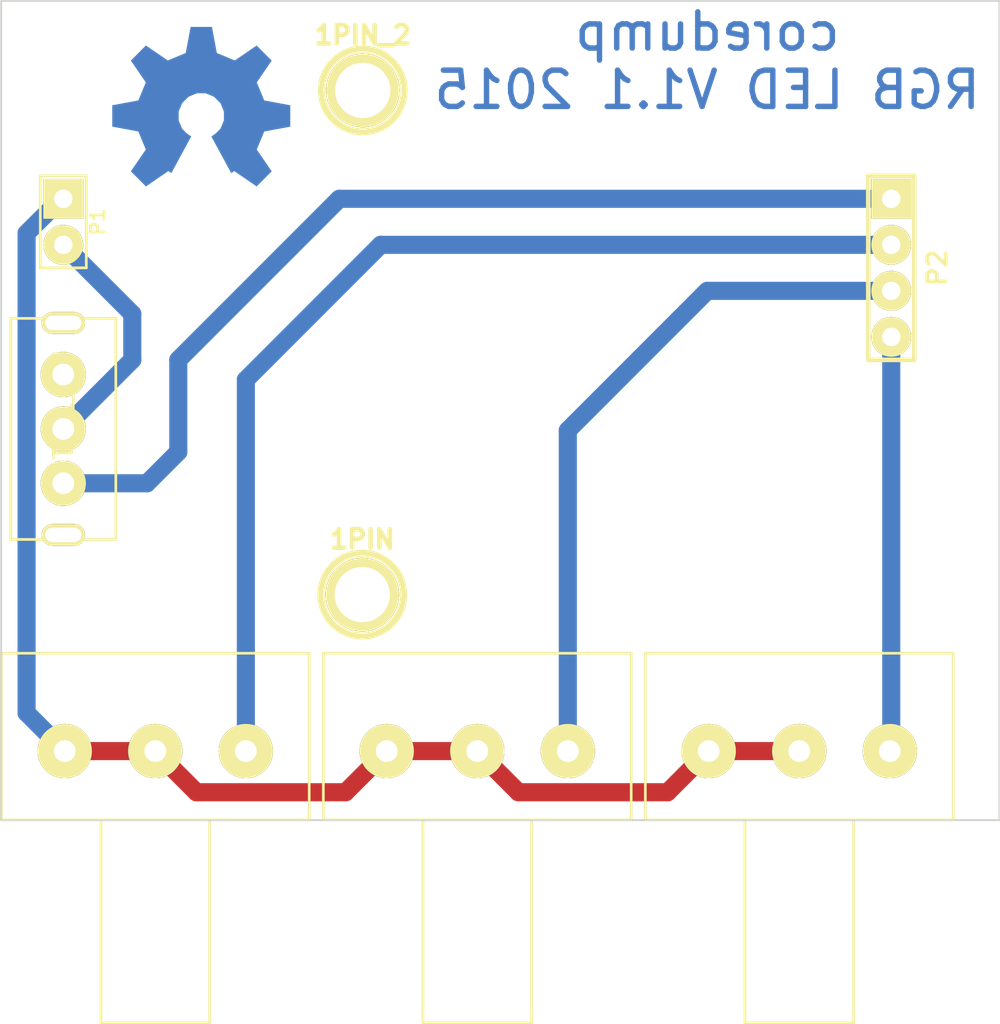
<source format=kicad_pcb>
(kicad_pcb (version 20171130) (host pcbnew "(5.1.12)-1")

  (general
    (thickness 1.6)
    (drawings 8)
    (tracks 29)
    (zones 0)
    (modules 9)
    (nets 7)
  )

  (page A4)
  (title_block
    (title "RGB LED")
    (rev 1.1)
    (company Coredump)
  )

  (layers
    (0 F.Cu signal)
    (31 B.Cu signal)
    (32 B.Adhes user hide)
    (33 F.Adhes user hide)
    (34 B.Paste user hide)
    (35 F.Paste user hide)
    (36 B.SilkS user hide)
    (37 F.SilkS user hide)
    (38 B.Mask user hide)
    (39 F.Mask user hide)
    (40 Dwgs.User user hide)
    (41 Cmts.User user hide)
    (42 Eco1.User user hide)
    (43 Eco2.User user hide)
    (44 Edge.Cuts user)
  )

  (setup
    (last_trace_width 1)
    (trace_clearance 0.254)
    (zone_clearance 0.508)
    (zone_45_only no)
    (trace_min 1)
    (via_size 0.889)
    (via_drill 0.635)
    (via_min_size 0.889)
    (via_min_drill 0.508)
    (uvia_size 0.508)
    (uvia_drill 0.127)
    (uvias_allowed no)
    (uvia_min_size 0.508)
    (uvia_min_drill 0.127)
    (edge_width 0.1)
    (segment_width 0.2)
    (pcb_text_width 0.3)
    (pcb_text_size 1.5 1.5)
    (mod_edge_width 0.15)
    (mod_text_size 1 1)
    (mod_text_width 0.15)
    (pad_size 2.2 2.2)
    (pad_drill 1.016)
    (pad_to_mask_clearance 0)
    (aux_axis_origin 0 0)
    (visible_elements 7FFFFFFF)
    (pcbplotparams
      (layerselection 0x00030_ffffffff)
      (usegerberextensions false)
      (usegerberattributes true)
      (usegerberadvancedattributes true)
      (creategerberjobfile true)
      (excludeedgelayer true)
      (linewidth 0.150000)
      (plotframeref false)
      (viasonmask false)
      (mode 1)
      (useauxorigin false)
      (hpglpennumber 1)
      (hpglpenspeed 20)
      (hpglpendiameter 15.000000)
      (psnegative false)
      (psa4output false)
      (plotreference true)
      (plotvalue true)
      (plotinvisibletext false)
      (padsonsilk false)
      (subtractmaskfromsilk false)
      (outputformat 5)
      (mirror false)
      (drillshape 0)
      (scaleselection 1)
      (outputdirectory "output/"))
  )

  (net 0 "")
  (net 1 GND)
  (net 2 N-000001)
  (net 3 N-000002)
  (net 4 N-000003)
  (net 5 N-000004)
  (net 6 VDD)

  (net_class Default "This is the default net class."
    (clearance 0.254)
    (trace_width 1)
    (via_dia 0.889)
    (via_drill 0.635)
    (uvia_dia 0.508)
    (uvia_drill 0.127)
    (add_net GND)
    (add_net N-000001)
    (add_net N-000002)
    (add_net N-000003)
    (add_net N-000004)
    (add_net VDD)
  )

  (module PIN_ARRAY_2X1_THICK (layer F.Cu) (tedit 5603D736) (tstamp 54206BA7)
    (at 132.08 87.63 270)
    (descr "Connecteurs 2 pins")
    (tags "CONN DEV")
    (path /53DFF409)
    (fp_text reference P1 (at 0 -1.905 270) (layer F.SilkS)
      (effects (font (size 0.762 0.762) (thickness 0.1524)))
    )
    (fp_text value CONN_2 (at 0 -1.905 270) (layer F.SilkS) hide
      (effects (font (size 0.762 0.762) (thickness 0.1524)))
    )
    (fp_line (start 2.54 1.27) (end -2.54 1.27) (layer F.SilkS) (width 0.1524))
    (fp_line (start 2.54 -1.27) (end 2.54 1.27) (layer F.SilkS) (width 0.1524))
    (fp_line (start -2.54 -1.27) (end 2.54 -1.27) (layer F.SilkS) (width 0.1524))
    (fp_line (start -2.54 1.27) (end -2.54 -1.27) (layer F.SilkS) (width 0.1524))
    (pad 1 thru_hole rect (at -1.27 0 270) (size 2.2 2.2) (drill 1.016) (layers *.Cu *.Mask F.SilkS)
      (net 1 GND))
    (pad 2 thru_hole circle (at 1.27 0 270) (size 2.2 2.2) (drill 1.016) (layers *.Cu *.Mask F.SilkS)
      (net 6 VDD))
    (model pin_array/pins_array_2x1.wrl
      (at (xyz 0 0 0))
      (scale (xyz 1 1 1))
      (rotate (xyz 0 0 0))
    )
  )

  (module 1pin (layer F.Cu) (tedit 200000) (tstamp 54212D69)
    (at 148.615 80.3783)
    (descr "module 1 pin (ou trou mecanique de percage)")
    (tags DEV)
    (path 1pin)
    (fp_text reference 1PIN_2 (at 0 -3.048) (layer F.SilkS)
      (effects (font (size 1.016 1.016) (thickness 0.254)))
    )
    (fp_text value P*** (at 0 2.794) (layer F.SilkS) hide
      (effects (font (size 1.016 1.016) (thickness 0.254)))
    )
    (fp_circle (center 0 0) (end 0 -2.286) (layer F.SilkS) (width 0.381))
    (pad 1 thru_hole circle (at 0 0) (size 4.064 4.064) (drill 3.048) (layers *.Cu *.Mask F.SilkS))
  )

  (module 1pin (layer F.Cu) (tedit 200000) (tstamp 54212D74)
    (at 148.59 108.204)
    (descr "module 1 pin (ou trou mecanique de percage)")
    (tags DEV)
    (path 1pin)
    (fp_text reference 1PIN (at 0 -3.048) (layer F.SilkS)
      (effects (font (size 1.016 1.016) (thickness 0.254)))
    )
    (fp_text value P*** (at 0 2.794) (layer F.SilkS) hide
      (effects (font (size 1.016 1.016) (thickness 0.254)))
    )
    (fp_circle (center 0 0) (end 0 -2.286) (layer F.SilkS) (width 0.381))
    (pad 1 thru_hole circle (at 0 0) (size 4.064 4.064) (drill 3.048) (layers *.Cu *.Mask F.SilkS))
  )

  (module OSHW_COPPER_10MM (layer B.Cu) (tedit 5603CF32) (tstamp 5603C4C7)
    (at 139.7 81.788 180)
    (zone_connect 1)
    (fp_text reference Noname_1 (at 0 -6.35 180) (layer B.SilkS) hide
      (effects (font (size 1.524 1.524) (thickness 0.3048)) (justify mirror))
    )
    (fp_text value "" (at 2.54 -8.89 180) (layer B.SilkS) hide
      (effects (font (size 1.524 1.524) (thickness 0.3048)) (justify mirror))
    )
    (pad "" smd trapezoid (at 0 4.1656) (size 1.45796 1.4986) (rect_delta 0 0.2794 ) (layers B.Cu B.Paste B.Mask)
      (zone_connect 1))
    (pad "" smd trapezoid (at 2.94386 2.94386 45) (size 1.45796 1.4986) (rect_delta 0 0.2794 ) (layers B.Cu B.Paste B.Mask)
      (zone_connect 1))
    (pad "" smd trapezoid (at 4.1656 0 90) (size 1.45796 1.4986) (rect_delta 0 0.2794 ) (layers B.Cu B.Paste B.Mask)
      (zone_connect 1))
    (pad "" smd trapezoid (at 2.94386 -2.94386 135) (size 1.45796 1.4986) (rect_delta 0 0.2794 ) (layers B.Cu B.Paste B.Mask)
      (zone_connect 1))
    (pad "" smd trapezoid (at -2.94386 2.94386 315) (size 1.45796 1.4986) (rect_delta 0 0.2794 ) (layers B.Cu B.Paste B.Mask)
      (zone_connect 1))
    (pad "" smd trapezoid (at -4.1656 0 270) (size 1.45796 1.4986) (rect_delta 0 0.2794 ) (layers B.Cu B.Paste B.Mask)
      (zone_connect 1))
    (pad "" smd trapezoid (at -2.94386 -2.94386 225) (size 1.45796 1.4986) (rect_delta 0 0.2794 ) (layers B.Cu B.Paste B.Mask)
      (zone_connect 1))
    (pad "" smd trapezoid (at 0 2.39522) (size 1.08204 2.29108) (rect_delta 0 -0.41402 ) (layers B.Cu B.Paste B.Mask)
      (zone_connect 1))
    (pad "" smd trapezoid (at -0.9144 2.21234 337.5) (size 1.08204 2.29108) (rect_delta 0 -0.41402 ) (layers B.Cu B.Paste B.Mask)
      (zone_connect 1))
    (pad "" smd trapezoid (at 0.9144 2.21234 22.5) (size 1.08204 2.29108) (rect_delta 0 -0.41402 ) (layers B.Cu B.Paste B.Mask)
      (zone_connect 1))
    (pad "" smd trapezoid (at 1.69164 1.69164 45) (size 1.08204 2.29108) (rect_delta 0 -0.41402 ) (layers B.Cu B.Paste B.Mask)
      (zone_connect 1))
    (pad "" smd trapezoid (at -1.69164 1.69164 315) (size 1.08204 2.29108) (rect_delta 0 -0.41402 ) (layers B.Cu B.Paste B.Mask)
      (zone_connect 1))
    (pad "" smd trapezoid (at 2.21234 0.9144 67.5) (size 1.08204 2.29108) (rect_delta 0 -0.41402 ) (layers B.Cu B.Paste B.Mask)
      (zone_connect 1))
    (pad "" smd trapezoid (at -2.21234 0.9144 292.5) (size 1.08204 2.29108) (rect_delta 0 -0.41402 ) (layers B.Cu B.Paste B.Mask)
      (zone_connect 1))
    (pad "" smd trapezoid (at 2.39522 0 90) (size 1.08204 2.29108) (rect_delta 0 -0.41402 ) (layers B.Cu B.Paste B.Mask)
      (zone_connect 1))
    (pad "" smd trapezoid (at -2.39522 0 270) (size 1.08204 2.29108) (rect_delta 0 -0.41402 ) (layers B.Cu B.Paste B.Mask)
      (zone_connect 1))
    (pad "" smd trapezoid (at -2.21234 -0.9144 247.5) (size 1.08204 2.29108) (rect_delta 0 -0.41402 ) (layers B.Cu B.Paste B.Mask)
      (zone_connect 1))
    (pad "" smd trapezoid (at 2.21234 -0.9144 112.5) (size 1.08204 2.29108) (rect_delta 0 -0.41402 ) (layers B.Cu B.Paste B.Mask)
      (zone_connect 1))
    (pad "" smd trapezoid (at 1.69164 -1.69164 135) (size 1.08204 2.29108) (rect_delta 0 -0.41402 ) (layers B.Cu B.Paste B.Mask)
      (zone_connect 1))
    (pad "" smd trapezoid (at -1.69164 -1.69164 225) (size 1.08204 2.29108) (rect_delta 0 -0.41402 ) (layers B.Cu B.Paste B.Mask)
      (zone_connect 1))
    (pad "" smd trapezoid (at -1.32842 -1.99136 213.7) (size 0.54102 2.29108) (rect_delta 0 -0.20828 ) (layers B.Cu B.Paste B.Mask)
      (zone_connect 1))
    (pad "" smd trapezoid (at 1.32842 -1.99136 146.3) (size 0.54102 2.29108) (rect_delta 0 -0.20828 ) (layers B.Cu B.Paste B.Mask)
      (zone_connect 1))
  )

  (module Switch_SS-12F46 (layer F.Cu) (tedit 5603D617) (tstamp 5601C427)
    (at 132.08 99.06 90)
    (path /5601B6EA)
    (fp_text reference SW1 (at 0 0 90) (layer F.SilkS)
      (effects (font (size 1 1) (thickness 0.15)))
    )
    (fp_text value SWITCH_INV (at 0 0 90) (layer F.SilkS)
      (effects (font (size 1 1) (thickness 0.15)))
    )
    (fp_line (start -6.1 2.9) (end -6.1 -2.9) (layer F.SilkS) (width 0.15))
    (fp_line (start 6.1 2.9) (end -6.1 2.9) (layer F.SilkS) (width 0.15))
    (fp_line (start 6.1 -2.9) (end 6.1 2.9) (layer F.SilkS) (width 0.15))
    (fp_line (start -6.1 -2.9) (end 6.1 -2.9) (layer F.SilkS) (width 0.15))
    (pad 1 thru_hole circle (at -3 0 90) (size 2.5 2.5) (drill 1.2) (layers *.Cu *.Mask F.SilkS)
      (net 5 N-000004))
    (pad 2 thru_hole circle (at 0 0 90) (size 2.5 2.5) (drill 1.2) (layers *.Cu *.Mask F.SilkS)
      (net 6 VDD))
    (pad 3 thru_hole circle (at 3 0 90) (size 2.5 2.5) (drill 1.2) (layers *.Cu *.Mask F.SilkS))
    (pad "" np_thru_hole oval (at 5.85 0 90) (size 1.2 2.4) (drill oval 0.8 2) (layers *.Cu *.Mask F.SilkS))
    (pad "" np_thru_hole oval (at -5.85 0 90) (size 1.2 2.4) (drill oval 0.8 2) (layers *.Cu *.Mask F.SilkS))
  )

  (module POT_3_THICK (layer F.Cu) (tedit 5603D66A) (tstamp 54206B91)
    (at 137.16 116.84)
    (path /5367E99E)
    (fp_text reference RV1 (at 0 0) (layer F.SilkS)
      (effects (font (size 1 1) (thickness 0.15)))
    )
    (fp_text value POT (at 0 0) (layer F.SilkS)
      (effects (font (size 1 1) (thickness 0.15)))
    )
    (fp_line (start 8.5 -5.4) (end 8.5 3.8) (layer F.SilkS) (width 0.15))
    (fp_line (start -8.5 -5.4) (end -8.5 3.8) (layer F.SilkS) (width 0.15))
    (fp_line (start -8.5 -5.4) (end 8.5 -5.4) (layer F.SilkS) (width 0.15))
    (fp_line (start -8.5 3.8) (end 8.5 3.8) (layer F.SilkS) (width 0.15))
    (fp_line (start 3 15) (end 3 3.8) (layer F.SilkS) (width 0.15))
    (fp_line (start -3 15) (end 3 15) (layer F.SilkS) (width 0.15))
    (fp_line (start -3 3.8) (end -3 15) (layer F.SilkS) (width 0.15))
    (pad 1 thru_hole circle (at -5 0) (size 3 3) (drill 1.2) (layers *.Cu *.Mask F.SilkS)
      (net 1 GND))
    (pad 2 thru_hole circle (at 0 0) (size 3 3) (drill 1.2) (layers *.Cu *.Mask F.SilkS)
      (net 1 GND))
    (pad 3 thru_hole circle (at 5 0) (size 3 3) (drill 1.2) (layers *.Cu *.Mask F.SilkS)
      (net 4 N-000003))
  )

  (module POT_3_THICK (layer F.Cu) (tedit 5603D66A) (tstamp 54206B75)
    (at 154.94 116.84)
    (path /5367E976)
    (fp_text reference RV2 (at 0 0) (layer F.SilkS)
      (effects (font (size 1 1) (thickness 0.15)))
    )
    (fp_text value POT (at 0 0) (layer F.SilkS)
      (effects (font (size 1 1) (thickness 0.15)))
    )
    (fp_line (start 8.5 -5.4) (end 8.5 3.8) (layer F.SilkS) (width 0.15))
    (fp_line (start -8.5 -5.4) (end -8.5 3.8) (layer F.SilkS) (width 0.15))
    (fp_line (start -8.5 -5.4) (end 8.5 -5.4) (layer F.SilkS) (width 0.15))
    (fp_line (start -8.5 3.8) (end 8.5 3.8) (layer F.SilkS) (width 0.15))
    (fp_line (start 3 15) (end 3 3.8) (layer F.SilkS) (width 0.15))
    (fp_line (start -3 15) (end 3 15) (layer F.SilkS) (width 0.15))
    (fp_line (start -3 3.8) (end -3 15) (layer F.SilkS) (width 0.15))
    (pad 1 thru_hole circle (at -5 0) (size 3 3) (drill 1.2) (layers *.Cu *.Mask F.SilkS)
      (net 1 GND))
    (pad 2 thru_hole circle (at 0 0) (size 3 3) (drill 1.2) (layers *.Cu *.Mask F.SilkS)
      (net 1 GND))
    (pad 3 thru_hole circle (at 5 0) (size 3 3) (drill 1.2) (layers *.Cu *.Mask F.SilkS)
      (net 3 N-000002))
  )

  (module POT_3_THICK (layer F.Cu) (tedit 5603D66A) (tstamp 54206B83)
    (at 172.72 116.84)
    (path /5367E98F)
    (fp_text reference RV3 (at 0 0) (layer F.SilkS)
      (effects (font (size 1 1) (thickness 0.15)))
    )
    (fp_text value POT (at 0 0) (layer F.SilkS)
      (effects (font (size 1 1) (thickness 0.15)))
    )
    (fp_line (start 8.5 -5.4) (end 8.5 3.8) (layer F.SilkS) (width 0.15))
    (fp_line (start -8.5 -5.4) (end -8.5 3.8) (layer F.SilkS) (width 0.15))
    (fp_line (start -8.5 -5.4) (end 8.5 -5.4) (layer F.SilkS) (width 0.15))
    (fp_line (start -8.5 3.8) (end 8.5 3.8) (layer F.SilkS) (width 0.15))
    (fp_line (start 3 15) (end 3 3.8) (layer F.SilkS) (width 0.15))
    (fp_line (start -3 15) (end 3 15) (layer F.SilkS) (width 0.15))
    (fp_line (start -3 3.8) (end -3 15) (layer F.SilkS) (width 0.15))
    (pad 1 thru_hole circle (at -5 0) (size 3 3) (drill 1.2) (layers *.Cu *.Mask F.SilkS)
      (net 1 GND))
    (pad 2 thru_hole circle (at 0 0) (size 3 3) (drill 1.2) (layers *.Cu *.Mask F.SilkS)
      (net 1 GND))
    (pad 3 thru_hole circle (at 5 0) (size 3 3) (drill 1.2) (layers *.Cu *.Mask F.SilkS)
      (net 2 N-000001))
  )

  (module PIN_ARRAY_4x1_THICK (layer F.Cu) (tedit 5603D706) (tstamp 54206B9D)
    (at 177.8 90.17 270)
    (descr "Double rangee de contacts 2 x 5 pins")
    (tags CONN)
    (path /53DFF418)
    (fp_text reference P2 (at 0 -2.54 270) (layer F.SilkS)
      (effects (font (size 1.016 1.016) (thickness 0.2032)))
    )
    (fp_text value CONN_4 (at 0 2.54 270) (layer F.SilkS) hide
      (effects (font (size 1.016 1.016) (thickness 0.2032)))
    )
    (fp_line (start 5.08 1.27) (end 5.08 -1.27) (layer F.SilkS) (width 0.254))
    (fp_line (start -5.08 -1.27) (end -5.08 1.27) (layer F.SilkS) (width 0.254))
    (fp_line (start 5.08 -1.27) (end -5.08 -1.27) (layer F.SilkS) (width 0.254))
    (fp_line (start 5.08 1.27) (end -5.08 1.27) (layer F.SilkS) (width 0.254))
    (pad 1 thru_hole rect (at -3.81 0 270) (size 2.2 2.2) (drill 1.016) (layers *.Cu *.Mask F.SilkS)
      (net 5 N-000004))
    (pad 2 thru_hole circle (at -1.27 0 270) (size 2.2 2.2) (drill 1.016) (layers *.Cu *.Mask F.SilkS)
      (net 4 N-000003))
    (pad 3 thru_hole circle (at 1.27 0 270) (size 2.2 2.2) (drill 1.016) (layers *.Cu *.Mask F.SilkS)
      (net 3 N-000002))
    (pad 4 thru_hole circle (at 3.81 0 270) (size 2.2 2.2) (drill 1.016) (layers *.Cu *.Mask F.SilkS)
      (net 2 N-000001))
    (model pin_array\pins_array_4x1.wrl
      (at (xyz 0 0 0))
      (scale (xyz 1 1 1))
      (rotate (xyz 0 0 0))
    )
  )

  (gr_line (start 183.769 75.438) (end 128.651 75.438) (angle 90) (layer Edge.Cuts) (width 0.1) (tstamp 5603C2D6))
  (gr_line (start 128.651 120.65) (end 183.769 120.65) (angle 90) (layer Edge.Cuts) (width 0.1) (tstamp 5603C2D0))
  (gr_line (start 128.651 75.438) (end 128.651 120.65) (angle 90) (layer Edge.Cuts) (width 0.1))
  (gr_line (start 183.769 120.65) (end 183.769 75.438) (angle 90) (layer Edge.Cuts) (width 0.1))
  (gr_text B (at 172.72 109.22) (layer B.Mask)
    (effects (font (size 2.5 2.5) (thickness 0.3)) (justify mirror))
  )
  (gr_text R (at 154.94 109.22) (layer B.Mask)
    (effects (font (size 2.5 2.5) (thickness 0.3)) (justify mirror))
  )
  (gr_text G (at 137.16 109.22) (layer B.Mask)
    (effects (font (size 2.5 2.5) (thickness 0.3)) (justify mirror))
  )
  (gr_text "coredump\nRGB LED V1.1 2015" (at 167.64 78.74) (layer B.Cu)
    (effects (font (size 2 2) (thickness 0.3)) (justify mirror))
  )

  (segment (start 132.16 116.84) (end 130.0529 114.7329) (width 1) (layer B.Cu) (net 1))
  (segment (start 130.0529 114.7329) (end 130.0529 88.2633) (width 1) (layer B.Cu) (net 1))
  (segment (start 130.0529 88.2633) (end 131.9562 86.36) (width 1) (layer B.Cu) (net 1))
  (segment (start 131.9562 86.36) (end 132.08 86.36) (width 1) (layer B.Cu) (net 1))
  (segment (start 137.16 116.84) (end 132.16 116.84) (width 1) (layer F.Cu) (net 1))
  (segment (start 149.94 116.84) (end 147.6665 119.1135) (width 1) (layer F.Cu) (net 1))
  (segment (start 147.6665 119.1135) (end 139.4335 119.1135) (width 1) (layer F.Cu) (net 1))
  (segment (start 139.4335 119.1135) (end 137.16 116.84) (width 1) (layer F.Cu) (net 1))
  (segment (start 154.94 116.84) (end 149.94 116.84) (width 1) (layer F.Cu) (net 1))
  (segment (start 167.72 116.84) (end 165.4465 119.1135) (width 1) (layer F.Cu) (net 1))
  (segment (start 165.4465 119.1135) (end 157.2135 119.1135) (width 1) (layer F.Cu) (net 1))
  (segment (start 157.2135 119.1135) (end 154.94 116.84) (width 1) (layer F.Cu) (net 1))
  (segment (start 172.72 116.84) (end 167.72 116.84) (width 1) (layer F.Cu) (net 1))
  (segment (start 177.8 93.98) (end 177.8 116.76) (width 1) (layer B.Cu) (net 2))
  (segment (start 177.8 116.76) (end 177.72 116.84) (width 1) (layer B.Cu) (net 2))
  (segment (start 159.94 116.84) (end 159.94 99.14) (width 1) (layer B.Cu) (net 3))
  (segment (start 159.94 99.14) (end 167.64 91.44) (width 1) (layer B.Cu) (net 3))
  (segment (start 167.64 91.44) (end 177.8 91.44) (width 1) (layer B.Cu) (net 3))
  (segment (start 142.16 116.84) (end 142.16 96.346) (width 1) (layer B.Cu) (net 4))
  (segment (start 142.16 96.346) (end 149.606 88.9) (width 1) (layer B.Cu) (net 4))
  (segment (start 149.606 88.9) (end 177.8 88.9) (width 1) (layer B.Cu) (net 4))
  (segment (start 177.8 86.36) (end 147.32 86.36) (width 1) (layer B.Cu) (net 5))
  (segment (start 147.32 86.36) (end 138.43 95.25) (width 1) (layer B.Cu) (net 5))
  (segment (start 138.43 95.25) (end 138.43 100.33) (width 1) (layer B.Cu) (net 5))
  (segment (start 138.43 100.33) (end 136.7 102.06) (width 1) (layer B.Cu) (net 5))
  (segment (start 136.7 102.06) (end 132.08 102.06) (width 1) (layer B.Cu) (net 5))
  (segment (start 132.08 88.9) (end 135.89 92.71) (width 1) (layer B.Cu) (net 6))
  (segment (start 135.89 92.71) (end 135.89 95.25) (width 1) (layer B.Cu) (net 6))
  (segment (start 135.89 95.25) (end 132.08 99.06) (width 1) (layer B.Cu) (net 6))

)

</source>
